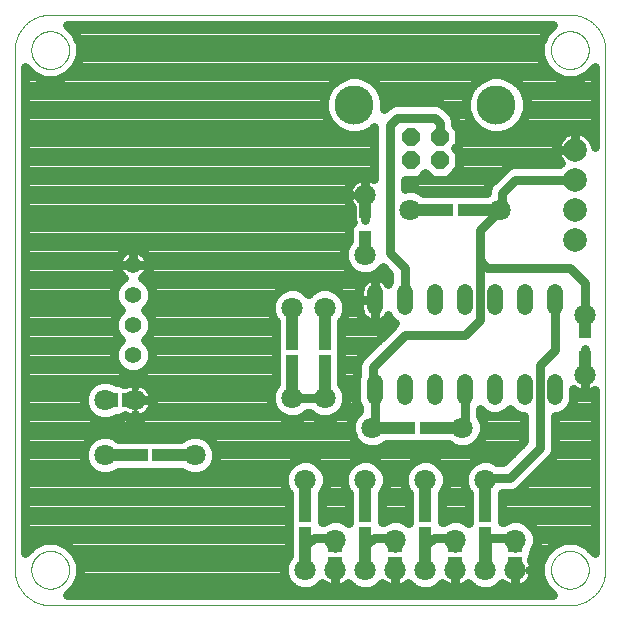
<source format=gtl>
G75*
%MOIN*%
%OFA0B0*%
%FSLAX25Y25*%
%IPPOS*%
%LPD*%
%AMOC8*
5,1,8,0,0,1.08239X$1,22.5*
%
%ADD10C,0.00000*%
%ADD11R,0.03937X0.10236*%
%ADD12C,0.07087*%
%ADD13C,0.05200*%
%ADD14R,0.12598X0.03937*%
%ADD15OC8,0.05740*%
%ADD16C,0.13055*%
%ADD17R,0.03937X0.12598*%
%ADD18R,0.04724X0.03150*%
%ADD19C,0.07874*%
%ADD20C,0.05600*%
%ADD21R,0.03150X0.04724*%
%ADD22C,0.03150*%
D10*
X0005724Y0017535D02*
X0005724Y0190764D01*
X0011236Y0190764D02*
X0011238Y0190922D01*
X0011244Y0191080D01*
X0011254Y0191238D01*
X0011268Y0191396D01*
X0011286Y0191553D01*
X0011307Y0191710D01*
X0011333Y0191866D01*
X0011363Y0192022D01*
X0011396Y0192177D01*
X0011434Y0192330D01*
X0011475Y0192483D01*
X0011520Y0192635D01*
X0011569Y0192786D01*
X0011622Y0192935D01*
X0011678Y0193083D01*
X0011738Y0193229D01*
X0011802Y0193374D01*
X0011870Y0193517D01*
X0011941Y0193659D01*
X0012015Y0193799D01*
X0012093Y0193936D01*
X0012175Y0194072D01*
X0012259Y0194206D01*
X0012348Y0194337D01*
X0012439Y0194466D01*
X0012534Y0194593D01*
X0012631Y0194718D01*
X0012732Y0194840D01*
X0012836Y0194959D01*
X0012943Y0195076D01*
X0013053Y0195190D01*
X0013166Y0195301D01*
X0013281Y0195410D01*
X0013399Y0195515D01*
X0013520Y0195617D01*
X0013643Y0195717D01*
X0013769Y0195813D01*
X0013897Y0195906D01*
X0014027Y0195996D01*
X0014160Y0196082D01*
X0014295Y0196166D01*
X0014431Y0196245D01*
X0014570Y0196322D01*
X0014711Y0196394D01*
X0014853Y0196464D01*
X0014997Y0196529D01*
X0015143Y0196591D01*
X0015290Y0196649D01*
X0015439Y0196704D01*
X0015589Y0196755D01*
X0015740Y0196802D01*
X0015892Y0196845D01*
X0016045Y0196884D01*
X0016200Y0196920D01*
X0016355Y0196951D01*
X0016511Y0196979D01*
X0016667Y0197003D01*
X0016824Y0197023D01*
X0016982Y0197039D01*
X0017139Y0197051D01*
X0017298Y0197059D01*
X0017456Y0197063D01*
X0017614Y0197063D01*
X0017772Y0197059D01*
X0017931Y0197051D01*
X0018088Y0197039D01*
X0018246Y0197023D01*
X0018403Y0197003D01*
X0018559Y0196979D01*
X0018715Y0196951D01*
X0018870Y0196920D01*
X0019025Y0196884D01*
X0019178Y0196845D01*
X0019330Y0196802D01*
X0019481Y0196755D01*
X0019631Y0196704D01*
X0019780Y0196649D01*
X0019927Y0196591D01*
X0020073Y0196529D01*
X0020217Y0196464D01*
X0020359Y0196394D01*
X0020500Y0196322D01*
X0020639Y0196245D01*
X0020775Y0196166D01*
X0020910Y0196082D01*
X0021043Y0195996D01*
X0021173Y0195906D01*
X0021301Y0195813D01*
X0021427Y0195717D01*
X0021550Y0195617D01*
X0021671Y0195515D01*
X0021789Y0195410D01*
X0021904Y0195301D01*
X0022017Y0195190D01*
X0022127Y0195076D01*
X0022234Y0194959D01*
X0022338Y0194840D01*
X0022439Y0194718D01*
X0022536Y0194593D01*
X0022631Y0194466D01*
X0022722Y0194337D01*
X0022811Y0194206D01*
X0022895Y0194072D01*
X0022977Y0193936D01*
X0023055Y0193799D01*
X0023129Y0193659D01*
X0023200Y0193517D01*
X0023268Y0193374D01*
X0023332Y0193229D01*
X0023392Y0193083D01*
X0023448Y0192935D01*
X0023501Y0192786D01*
X0023550Y0192635D01*
X0023595Y0192483D01*
X0023636Y0192330D01*
X0023674Y0192177D01*
X0023707Y0192022D01*
X0023737Y0191866D01*
X0023763Y0191710D01*
X0023784Y0191553D01*
X0023802Y0191396D01*
X0023816Y0191238D01*
X0023826Y0191080D01*
X0023832Y0190922D01*
X0023834Y0190764D01*
X0023832Y0190606D01*
X0023826Y0190448D01*
X0023816Y0190290D01*
X0023802Y0190132D01*
X0023784Y0189975D01*
X0023763Y0189818D01*
X0023737Y0189662D01*
X0023707Y0189506D01*
X0023674Y0189351D01*
X0023636Y0189198D01*
X0023595Y0189045D01*
X0023550Y0188893D01*
X0023501Y0188742D01*
X0023448Y0188593D01*
X0023392Y0188445D01*
X0023332Y0188299D01*
X0023268Y0188154D01*
X0023200Y0188011D01*
X0023129Y0187869D01*
X0023055Y0187729D01*
X0022977Y0187592D01*
X0022895Y0187456D01*
X0022811Y0187322D01*
X0022722Y0187191D01*
X0022631Y0187062D01*
X0022536Y0186935D01*
X0022439Y0186810D01*
X0022338Y0186688D01*
X0022234Y0186569D01*
X0022127Y0186452D01*
X0022017Y0186338D01*
X0021904Y0186227D01*
X0021789Y0186118D01*
X0021671Y0186013D01*
X0021550Y0185911D01*
X0021427Y0185811D01*
X0021301Y0185715D01*
X0021173Y0185622D01*
X0021043Y0185532D01*
X0020910Y0185446D01*
X0020775Y0185362D01*
X0020639Y0185283D01*
X0020500Y0185206D01*
X0020359Y0185134D01*
X0020217Y0185064D01*
X0020073Y0184999D01*
X0019927Y0184937D01*
X0019780Y0184879D01*
X0019631Y0184824D01*
X0019481Y0184773D01*
X0019330Y0184726D01*
X0019178Y0184683D01*
X0019025Y0184644D01*
X0018870Y0184608D01*
X0018715Y0184577D01*
X0018559Y0184549D01*
X0018403Y0184525D01*
X0018246Y0184505D01*
X0018088Y0184489D01*
X0017931Y0184477D01*
X0017772Y0184469D01*
X0017614Y0184465D01*
X0017456Y0184465D01*
X0017298Y0184469D01*
X0017139Y0184477D01*
X0016982Y0184489D01*
X0016824Y0184505D01*
X0016667Y0184525D01*
X0016511Y0184549D01*
X0016355Y0184577D01*
X0016200Y0184608D01*
X0016045Y0184644D01*
X0015892Y0184683D01*
X0015740Y0184726D01*
X0015589Y0184773D01*
X0015439Y0184824D01*
X0015290Y0184879D01*
X0015143Y0184937D01*
X0014997Y0184999D01*
X0014853Y0185064D01*
X0014711Y0185134D01*
X0014570Y0185206D01*
X0014431Y0185283D01*
X0014295Y0185362D01*
X0014160Y0185446D01*
X0014027Y0185532D01*
X0013897Y0185622D01*
X0013769Y0185715D01*
X0013643Y0185811D01*
X0013520Y0185911D01*
X0013399Y0186013D01*
X0013281Y0186118D01*
X0013166Y0186227D01*
X0013053Y0186338D01*
X0012943Y0186452D01*
X0012836Y0186569D01*
X0012732Y0186688D01*
X0012631Y0186810D01*
X0012534Y0186935D01*
X0012439Y0187062D01*
X0012348Y0187191D01*
X0012259Y0187322D01*
X0012175Y0187456D01*
X0012093Y0187592D01*
X0012015Y0187729D01*
X0011941Y0187869D01*
X0011870Y0188011D01*
X0011802Y0188154D01*
X0011738Y0188299D01*
X0011678Y0188445D01*
X0011622Y0188593D01*
X0011569Y0188742D01*
X0011520Y0188893D01*
X0011475Y0189045D01*
X0011434Y0189198D01*
X0011396Y0189351D01*
X0011363Y0189506D01*
X0011333Y0189662D01*
X0011307Y0189818D01*
X0011286Y0189975D01*
X0011268Y0190132D01*
X0011254Y0190290D01*
X0011244Y0190448D01*
X0011238Y0190606D01*
X0011236Y0190764D01*
X0005724Y0190764D02*
X0005727Y0191049D01*
X0005738Y0191335D01*
X0005755Y0191620D01*
X0005779Y0191904D01*
X0005810Y0192188D01*
X0005848Y0192471D01*
X0005893Y0192752D01*
X0005944Y0193033D01*
X0006002Y0193313D01*
X0006067Y0193591D01*
X0006139Y0193867D01*
X0006217Y0194141D01*
X0006302Y0194414D01*
X0006394Y0194684D01*
X0006492Y0194952D01*
X0006596Y0195218D01*
X0006707Y0195481D01*
X0006824Y0195741D01*
X0006947Y0195999D01*
X0007077Y0196253D01*
X0007213Y0196504D01*
X0007354Y0196752D01*
X0007502Y0196996D01*
X0007655Y0197237D01*
X0007815Y0197473D01*
X0007980Y0197706D01*
X0008150Y0197935D01*
X0008326Y0198160D01*
X0008508Y0198380D01*
X0008694Y0198596D01*
X0008886Y0198807D01*
X0009083Y0199014D01*
X0009285Y0199216D01*
X0009492Y0199413D01*
X0009703Y0199605D01*
X0009919Y0199791D01*
X0010139Y0199973D01*
X0010364Y0200149D01*
X0010593Y0200319D01*
X0010826Y0200484D01*
X0011062Y0200644D01*
X0011303Y0200797D01*
X0011547Y0200945D01*
X0011795Y0201086D01*
X0012046Y0201222D01*
X0012300Y0201352D01*
X0012558Y0201475D01*
X0012818Y0201592D01*
X0013081Y0201703D01*
X0013347Y0201807D01*
X0013615Y0201905D01*
X0013885Y0201997D01*
X0014158Y0202082D01*
X0014432Y0202160D01*
X0014708Y0202232D01*
X0014986Y0202297D01*
X0015266Y0202355D01*
X0015547Y0202406D01*
X0015828Y0202451D01*
X0016111Y0202489D01*
X0016395Y0202520D01*
X0016679Y0202544D01*
X0016964Y0202561D01*
X0017250Y0202572D01*
X0017535Y0202575D01*
X0190764Y0202575D01*
X0184465Y0190764D02*
X0184467Y0190922D01*
X0184473Y0191080D01*
X0184483Y0191238D01*
X0184497Y0191396D01*
X0184515Y0191553D01*
X0184536Y0191710D01*
X0184562Y0191866D01*
X0184592Y0192022D01*
X0184625Y0192177D01*
X0184663Y0192330D01*
X0184704Y0192483D01*
X0184749Y0192635D01*
X0184798Y0192786D01*
X0184851Y0192935D01*
X0184907Y0193083D01*
X0184967Y0193229D01*
X0185031Y0193374D01*
X0185099Y0193517D01*
X0185170Y0193659D01*
X0185244Y0193799D01*
X0185322Y0193936D01*
X0185404Y0194072D01*
X0185488Y0194206D01*
X0185577Y0194337D01*
X0185668Y0194466D01*
X0185763Y0194593D01*
X0185860Y0194718D01*
X0185961Y0194840D01*
X0186065Y0194959D01*
X0186172Y0195076D01*
X0186282Y0195190D01*
X0186395Y0195301D01*
X0186510Y0195410D01*
X0186628Y0195515D01*
X0186749Y0195617D01*
X0186872Y0195717D01*
X0186998Y0195813D01*
X0187126Y0195906D01*
X0187256Y0195996D01*
X0187389Y0196082D01*
X0187524Y0196166D01*
X0187660Y0196245D01*
X0187799Y0196322D01*
X0187940Y0196394D01*
X0188082Y0196464D01*
X0188226Y0196529D01*
X0188372Y0196591D01*
X0188519Y0196649D01*
X0188668Y0196704D01*
X0188818Y0196755D01*
X0188969Y0196802D01*
X0189121Y0196845D01*
X0189274Y0196884D01*
X0189429Y0196920D01*
X0189584Y0196951D01*
X0189740Y0196979D01*
X0189896Y0197003D01*
X0190053Y0197023D01*
X0190211Y0197039D01*
X0190368Y0197051D01*
X0190527Y0197059D01*
X0190685Y0197063D01*
X0190843Y0197063D01*
X0191001Y0197059D01*
X0191160Y0197051D01*
X0191317Y0197039D01*
X0191475Y0197023D01*
X0191632Y0197003D01*
X0191788Y0196979D01*
X0191944Y0196951D01*
X0192099Y0196920D01*
X0192254Y0196884D01*
X0192407Y0196845D01*
X0192559Y0196802D01*
X0192710Y0196755D01*
X0192860Y0196704D01*
X0193009Y0196649D01*
X0193156Y0196591D01*
X0193302Y0196529D01*
X0193446Y0196464D01*
X0193588Y0196394D01*
X0193729Y0196322D01*
X0193868Y0196245D01*
X0194004Y0196166D01*
X0194139Y0196082D01*
X0194272Y0195996D01*
X0194402Y0195906D01*
X0194530Y0195813D01*
X0194656Y0195717D01*
X0194779Y0195617D01*
X0194900Y0195515D01*
X0195018Y0195410D01*
X0195133Y0195301D01*
X0195246Y0195190D01*
X0195356Y0195076D01*
X0195463Y0194959D01*
X0195567Y0194840D01*
X0195668Y0194718D01*
X0195765Y0194593D01*
X0195860Y0194466D01*
X0195951Y0194337D01*
X0196040Y0194206D01*
X0196124Y0194072D01*
X0196206Y0193936D01*
X0196284Y0193799D01*
X0196358Y0193659D01*
X0196429Y0193517D01*
X0196497Y0193374D01*
X0196561Y0193229D01*
X0196621Y0193083D01*
X0196677Y0192935D01*
X0196730Y0192786D01*
X0196779Y0192635D01*
X0196824Y0192483D01*
X0196865Y0192330D01*
X0196903Y0192177D01*
X0196936Y0192022D01*
X0196966Y0191866D01*
X0196992Y0191710D01*
X0197013Y0191553D01*
X0197031Y0191396D01*
X0197045Y0191238D01*
X0197055Y0191080D01*
X0197061Y0190922D01*
X0197063Y0190764D01*
X0197061Y0190606D01*
X0197055Y0190448D01*
X0197045Y0190290D01*
X0197031Y0190132D01*
X0197013Y0189975D01*
X0196992Y0189818D01*
X0196966Y0189662D01*
X0196936Y0189506D01*
X0196903Y0189351D01*
X0196865Y0189198D01*
X0196824Y0189045D01*
X0196779Y0188893D01*
X0196730Y0188742D01*
X0196677Y0188593D01*
X0196621Y0188445D01*
X0196561Y0188299D01*
X0196497Y0188154D01*
X0196429Y0188011D01*
X0196358Y0187869D01*
X0196284Y0187729D01*
X0196206Y0187592D01*
X0196124Y0187456D01*
X0196040Y0187322D01*
X0195951Y0187191D01*
X0195860Y0187062D01*
X0195765Y0186935D01*
X0195668Y0186810D01*
X0195567Y0186688D01*
X0195463Y0186569D01*
X0195356Y0186452D01*
X0195246Y0186338D01*
X0195133Y0186227D01*
X0195018Y0186118D01*
X0194900Y0186013D01*
X0194779Y0185911D01*
X0194656Y0185811D01*
X0194530Y0185715D01*
X0194402Y0185622D01*
X0194272Y0185532D01*
X0194139Y0185446D01*
X0194004Y0185362D01*
X0193868Y0185283D01*
X0193729Y0185206D01*
X0193588Y0185134D01*
X0193446Y0185064D01*
X0193302Y0184999D01*
X0193156Y0184937D01*
X0193009Y0184879D01*
X0192860Y0184824D01*
X0192710Y0184773D01*
X0192559Y0184726D01*
X0192407Y0184683D01*
X0192254Y0184644D01*
X0192099Y0184608D01*
X0191944Y0184577D01*
X0191788Y0184549D01*
X0191632Y0184525D01*
X0191475Y0184505D01*
X0191317Y0184489D01*
X0191160Y0184477D01*
X0191001Y0184469D01*
X0190843Y0184465D01*
X0190685Y0184465D01*
X0190527Y0184469D01*
X0190368Y0184477D01*
X0190211Y0184489D01*
X0190053Y0184505D01*
X0189896Y0184525D01*
X0189740Y0184549D01*
X0189584Y0184577D01*
X0189429Y0184608D01*
X0189274Y0184644D01*
X0189121Y0184683D01*
X0188969Y0184726D01*
X0188818Y0184773D01*
X0188668Y0184824D01*
X0188519Y0184879D01*
X0188372Y0184937D01*
X0188226Y0184999D01*
X0188082Y0185064D01*
X0187940Y0185134D01*
X0187799Y0185206D01*
X0187660Y0185283D01*
X0187524Y0185362D01*
X0187389Y0185446D01*
X0187256Y0185532D01*
X0187126Y0185622D01*
X0186998Y0185715D01*
X0186872Y0185811D01*
X0186749Y0185911D01*
X0186628Y0186013D01*
X0186510Y0186118D01*
X0186395Y0186227D01*
X0186282Y0186338D01*
X0186172Y0186452D01*
X0186065Y0186569D01*
X0185961Y0186688D01*
X0185860Y0186810D01*
X0185763Y0186935D01*
X0185668Y0187062D01*
X0185577Y0187191D01*
X0185488Y0187322D01*
X0185404Y0187456D01*
X0185322Y0187592D01*
X0185244Y0187729D01*
X0185170Y0187869D01*
X0185099Y0188011D01*
X0185031Y0188154D01*
X0184967Y0188299D01*
X0184907Y0188445D01*
X0184851Y0188593D01*
X0184798Y0188742D01*
X0184749Y0188893D01*
X0184704Y0189045D01*
X0184663Y0189198D01*
X0184625Y0189351D01*
X0184592Y0189506D01*
X0184562Y0189662D01*
X0184536Y0189818D01*
X0184515Y0189975D01*
X0184497Y0190132D01*
X0184483Y0190290D01*
X0184473Y0190448D01*
X0184467Y0190606D01*
X0184465Y0190764D01*
X0190764Y0202575D02*
X0191049Y0202572D01*
X0191335Y0202561D01*
X0191620Y0202544D01*
X0191904Y0202520D01*
X0192188Y0202489D01*
X0192471Y0202451D01*
X0192752Y0202406D01*
X0193033Y0202355D01*
X0193313Y0202297D01*
X0193591Y0202232D01*
X0193867Y0202160D01*
X0194141Y0202082D01*
X0194414Y0201997D01*
X0194684Y0201905D01*
X0194952Y0201807D01*
X0195218Y0201703D01*
X0195481Y0201592D01*
X0195741Y0201475D01*
X0195999Y0201352D01*
X0196253Y0201222D01*
X0196504Y0201086D01*
X0196752Y0200945D01*
X0196996Y0200797D01*
X0197237Y0200644D01*
X0197473Y0200484D01*
X0197706Y0200319D01*
X0197935Y0200149D01*
X0198160Y0199973D01*
X0198380Y0199791D01*
X0198596Y0199605D01*
X0198807Y0199413D01*
X0199014Y0199216D01*
X0199216Y0199014D01*
X0199413Y0198807D01*
X0199605Y0198596D01*
X0199791Y0198380D01*
X0199973Y0198160D01*
X0200149Y0197935D01*
X0200319Y0197706D01*
X0200484Y0197473D01*
X0200644Y0197237D01*
X0200797Y0196996D01*
X0200945Y0196752D01*
X0201086Y0196504D01*
X0201222Y0196253D01*
X0201352Y0195999D01*
X0201475Y0195741D01*
X0201592Y0195481D01*
X0201703Y0195218D01*
X0201807Y0194952D01*
X0201905Y0194684D01*
X0201997Y0194414D01*
X0202082Y0194141D01*
X0202160Y0193867D01*
X0202232Y0193591D01*
X0202297Y0193313D01*
X0202355Y0193033D01*
X0202406Y0192752D01*
X0202451Y0192471D01*
X0202489Y0192188D01*
X0202520Y0191904D01*
X0202544Y0191620D01*
X0202561Y0191335D01*
X0202572Y0191049D01*
X0202575Y0190764D01*
X0202575Y0017535D01*
X0184465Y0017535D02*
X0184467Y0017693D01*
X0184473Y0017851D01*
X0184483Y0018009D01*
X0184497Y0018167D01*
X0184515Y0018324D01*
X0184536Y0018481D01*
X0184562Y0018637D01*
X0184592Y0018793D01*
X0184625Y0018948D01*
X0184663Y0019101D01*
X0184704Y0019254D01*
X0184749Y0019406D01*
X0184798Y0019557D01*
X0184851Y0019706D01*
X0184907Y0019854D01*
X0184967Y0020000D01*
X0185031Y0020145D01*
X0185099Y0020288D01*
X0185170Y0020430D01*
X0185244Y0020570D01*
X0185322Y0020707D01*
X0185404Y0020843D01*
X0185488Y0020977D01*
X0185577Y0021108D01*
X0185668Y0021237D01*
X0185763Y0021364D01*
X0185860Y0021489D01*
X0185961Y0021611D01*
X0186065Y0021730D01*
X0186172Y0021847D01*
X0186282Y0021961D01*
X0186395Y0022072D01*
X0186510Y0022181D01*
X0186628Y0022286D01*
X0186749Y0022388D01*
X0186872Y0022488D01*
X0186998Y0022584D01*
X0187126Y0022677D01*
X0187256Y0022767D01*
X0187389Y0022853D01*
X0187524Y0022937D01*
X0187660Y0023016D01*
X0187799Y0023093D01*
X0187940Y0023165D01*
X0188082Y0023235D01*
X0188226Y0023300D01*
X0188372Y0023362D01*
X0188519Y0023420D01*
X0188668Y0023475D01*
X0188818Y0023526D01*
X0188969Y0023573D01*
X0189121Y0023616D01*
X0189274Y0023655D01*
X0189429Y0023691D01*
X0189584Y0023722D01*
X0189740Y0023750D01*
X0189896Y0023774D01*
X0190053Y0023794D01*
X0190211Y0023810D01*
X0190368Y0023822D01*
X0190527Y0023830D01*
X0190685Y0023834D01*
X0190843Y0023834D01*
X0191001Y0023830D01*
X0191160Y0023822D01*
X0191317Y0023810D01*
X0191475Y0023794D01*
X0191632Y0023774D01*
X0191788Y0023750D01*
X0191944Y0023722D01*
X0192099Y0023691D01*
X0192254Y0023655D01*
X0192407Y0023616D01*
X0192559Y0023573D01*
X0192710Y0023526D01*
X0192860Y0023475D01*
X0193009Y0023420D01*
X0193156Y0023362D01*
X0193302Y0023300D01*
X0193446Y0023235D01*
X0193588Y0023165D01*
X0193729Y0023093D01*
X0193868Y0023016D01*
X0194004Y0022937D01*
X0194139Y0022853D01*
X0194272Y0022767D01*
X0194402Y0022677D01*
X0194530Y0022584D01*
X0194656Y0022488D01*
X0194779Y0022388D01*
X0194900Y0022286D01*
X0195018Y0022181D01*
X0195133Y0022072D01*
X0195246Y0021961D01*
X0195356Y0021847D01*
X0195463Y0021730D01*
X0195567Y0021611D01*
X0195668Y0021489D01*
X0195765Y0021364D01*
X0195860Y0021237D01*
X0195951Y0021108D01*
X0196040Y0020977D01*
X0196124Y0020843D01*
X0196206Y0020707D01*
X0196284Y0020570D01*
X0196358Y0020430D01*
X0196429Y0020288D01*
X0196497Y0020145D01*
X0196561Y0020000D01*
X0196621Y0019854D01*
X0196677Y0019706D01*
X0196730Y0019557D01*
X0196779Y0019406D01*
X0196824Y0019254D01*
X0196865Y0019101D01*
X0196903Y0018948D01*
X0196936Y0018793D01*
X0196966Y0018637D01*
X0196992Y0018481D01*
X0197013Y0018324D01*
X0197031Y0018167D01*
X0197045Y0018009D01*
X0197055Y0017851D01*
X0197061Y0017693D01*
X0197063Y0017535D01*
X0197061Y0017377D01*
X0197055Y0017219D01*
X0197045Y0017061D01*
X0197031Y0016903D01*
X0197013Y0016746D01*
X0196992Y0016589D01*
X0196966Y0016433D01*
X0196936Y0016277D01*
X0196903Y0016122D01*
X0196865Y0015969D01*
X0196824Y0015816D01*
X0196779Y0015664D01*
X0196730Y0015513D01*
X0196677Y0015364D01*
X0196621Y0015216D01*
X0196561Y0015070D01*
X0196497Y0014925D01*
X0196429Y0014782D01*
X0196358Y0014640D01*
X0196284Y0014500D01*
X0196206Y0014363D01*
X0196124Y0014227D01*
X0196040Y0014093D01*
X0195951Y0013962D01*
X0195860Y0013833D01*
X0195765Y0013706D01*
X0195668Y0013581D01*
X0195567Y0013459D01*
X0195463Y0013340D01*
X0195356Y0013223D01*
X0195246Y0013109D01*
X0195133Y0012998D01*
X0195018Y0012889D01*
X0194900Y0012784D01*
X0194779Y0012682D01*
X0194656Y0012582D01*
X0194530Y0012486D01*
X0194402Y0012393D01*
X0194272Y0012303D01*
X0194139Y0012217D01*
X0194004Y0012133D01*
X0193868Y0012054D01*
X0193729Y0011977D01*
X0193588Y0011905D01*
X0193446Y0011835D01*
X0193302Y0011770D01*
X0193156Y0011708D01*
X0193009Y0011650D01*
X0192860Y0011595D01*
X0192710Y0011544D01*
X0192559Y0011497D01*
X0192407Y0011454D01*
X0192254Y0011415D01*
X0192099Y0011379D01*
X0191944Y0011348D01*
X0191788Y0011320D01*
X0191632Y0011296D01*
X0191475Y0011276D01*
X0191317Y0011260D01*
X0191160Y0011248D01*
X0191001Y0011240D01*
X0190843Y0011236D01*
X0190685Y0011236D01*
X0190527Y0011240D01*
X0190368Y0011248D01*
X0190211Y0011260D01*
X0190053Y0011276D01*
X0189896Y0011296D01*
X0189740Y0011320D01*
X0189584Y0011348D01*
X0189429Y0011379D01*
X0189274Y0011415D01*
X0189121Y0011454D01*
X0188969Y0011497D01*
X0188818Y0011544D01*
X0188668Y0011595D01*
X0188519Y0011650D01*
X0188372Y0011708D01*
X0188226Y0011770D01*
X0188082Y0011835D01*
X0187940Y0011905D01*
X0187799Y0011977D01*
X0187660Y0012054D01*
X0187524Y0012133D01*
X0187389Y0012217D01*
X0187256Y0012303D01*
X0187126Y0012393D01*
X0186998Y0012486D01*
X0186872Y0012582D01*
X0186749Y0012682D01*
X0186628Y0012784D01*
X0186510Y0012889D01*
X0186395Y0012998D01*
X0186282Y0013109D01*
X0186172Y0013223D01*
X0186065Y0013340D01*
X0185961Y0013459D01*
X0185860Y0013581D01*
X0185763Y0013706D01*
X0185668Y0013833D01*
X0185577Y0013962D01*
X0185488Y0014093D01*
X0185404Y0014227D01*
X0185322Y0014363D01*
X0185244Y0014500D01*
X0185170Y0014640D01*
X0185099Y0014782D01*
X0185031Y0014925D01*
X0184967Y0015070D01*
X0184907Y0015216D01*
X0184851Y0015364D01*
X0184798Y0015513D01*
X0184749Y0015664D01*
X0184704Y0015816D01*
X0184663Y0015969D01*
X0184625Y0016122D01*
X0184592Y0016277D01*
X0184562Y0016433D01*
X0184536Y0016589D01*
X0184515Y0016746D01*
X0184497Y0016903D01*
X0184483Y0017061D01*
X0184473Y0017219D01*
X0184467Y0017377D01*
X0184465Y0017535D01*
X0190764Y0005724D02*
X0191049Y0005727D01*
X0191335Y0005738D01*
X0191620Y0005755D01*
X0191904Y0005779D01*
X0192188Y0005810D01*
X0192471Y0005848D01*
X0192752Y0005893D01*
X0193033Y0005944D01*
X0193313Y0006002D01*
X0193591Y0006067D01*
X0193867Y0006139D01*
X0194141Y0006217D01*
X0194414Y0006302D01*
X0194684Y0006394D01*
X0194952Y0006492D01*
X0195218Y0006596D01*
X0195481Y0006707D01*
X0195741Y0006824D01*
X0195999Y0006947D01*
X0196253Y0007077D01*
X0196504Y0007213D01*
X0196752Y0007354D01*
X0196996Y0007502D01*
X0197237Y0007655D01*
X0197473Y0007815D01*
X0197706Y0007980D01*
X0197935Y0008150D01*
X0198160Y0008326D01*
X0198380Y0008508D01*
X0198596Y0008694D01*
X0198807Y0008886D01*
X0199014Y0009083D01*
X0199216Y0009285D01*
X0199413Y0009492D01*
X0199605Y0009703D01*
X0199791Y0009919D01*
X0199973Y0010139D01*
X0200149Y0010364D01*
X0200319Y0010593D01*
X0200484Y0010826D01*
X0200644Y0011062D01*
X0200797Y0011303D01*
X0200945Y0011547D01*
X0201086Y0011795D01*
X0201222Y0012046D01*
X0201352Y0012300D01*
X0201475Y0012558D01*
X0201592Y0012818D01*
X0201703Y0013081D01*
X0201807Y0013347D01*
X0201905Y0013615D01*
X0201997Y0013885D01*
X0202082Y0014158D01*
X0202160Y0014432D01*
X0202232Y0014708D01*
X0202297Y0014986D01*
X0202355Y0015266D01*
X0202406Y0015547D01*
X0202451Y0015828D01*
X0202489Y0016111D01*
X0202520Y0016395D01*
X0202544Y0016679D01*
X0202561Y0016964D01*
X0202572Y0017250D01*
X0202575Y0017535D01*
X0190764Y0005724D02*
X0017535Y0005724D01*
X0011236Y0017535D02*
X0011238Y0017693D01*
X0011244Y0017851D01*
X0011254Y0018009D01*
X0011268Y0018167D01*
X0011286Y0018324D01*
X0011307Y0018481D01*
X0011333Y0018637D01*
X0011363Y0018793D01*
X0011396Y0018948D01*
X0011434Y0019101D01*
X0011475Y0019254D01*
X0011520Y0019406D01*
X0011569Y0019557D01*
X0011622Y0019706D01*
X0011678Y0019854D01*
X0011738Y0020000D01*
X0011802Y0020145D01*
X0011870Y0020288D01*
X0011941Y0020430D01*
X0012015Y0020570D01*
X0012093Y0020707D01*
X0012175Y0020843D01*
X0012259Y0020977D01*
X0012348Y0021108D01*
X0012439Y0021237D01*
X0012534Y0021364D01*
X0012631Y0021489D01*
X0012732Y0021611D01*
X0012836Y0021730D01*
X0012943Y0021847D01*
X0013053Y0021961D01*
X0013166Y0022072D01*
X0013281Y0022181D01*
X0013399Y0022286D01*
X0013520Y0022388D01*
X0013643Y0022488D01*
X0013769Y0022584D01*
X0013897Y0022677D01*
X0014027Y0022767D01*
X0014160Y0022853D01*
X0014295Y0022937D01*
X0014431Y0023016D01*
X0014570Y0023093D01*
X0014711Y0023165D01*
X0014853Y0023235D01*
X0014997Y0023300D01*
X0015143Y0023362D01*
X0015290Y0023420D01*
X0015439Y0023475D01*
X0015589Y0023526D01*
X0015740Y0023573D01*
X0015892Y0023616D01*
X0016045Y0023655D01*
X0016200Y0023691D01*
X0016355Y0023722D01*
X0016511Y0023750D01*
X0016667Y0023774D01*
X0016824Y0023794D01*
X0016982Y0023810D01*
X0017139Y0023822D01*
X0017298Y0023830D01*
X0017456Y0023834D01*
X0017614Y0023834D01*
X0017772Y0023830D01*
X0017931Y0023822D01*
X0018088Y0023810D01*
X0018246Y0023794D01*
X0018403Y0023774D01*
X0018559Y0023750D01*
X0018715Y0023722D01*
X0018870Y0023691D01*
X0019025Y0023655D01*
X0019178Y0023616D01*
X0019330Y0023573D01*
X0019481Y0023526D01*
X0019631Y0023475D01*
X0019780Y0023420D01*
X0019927Y0023362D01*
X0020073Y0023300D01*
X0020217Y0023235D01*
X0020359Y0023165D01*
X0020500Y0023093D01*
X0020639Y0023016D01*
X0020775Y0022937D01*
X0020910Y0022853D01*
X0021043Y0022767D01*
X0021173Y0022677D01*
X0021301Y0022584D01*
X0021427Y0022488D01*
X0021550Y0022388D01*
X0021671Y0022286D01*
X0021789Y0022181D01*
X0021904Y0022072D01*
X0022017Y0021961D01*
X0022127Y0021847D01*
X0022234Y0021730D01*
X0022338Y0021611D01*
X0022439Y0021489D01*
X0022536Y0021364D01*
X0022631Y0021237D01*
X0022722Y0021108D01*
X0022811Y0020977D01*
X0022895Y0020843D01*
X0022977Y0020707D01*
X0023055Y0020570D01*
X0023129Y0020430D01*
X0023200Y0020288D01*
X0023268Y0020145D01*
X0023332Y0020000D01*
X0023392Y0019854D01*
X0023448Y0019706D01*
X0023501Y0019557D01*
X0023550Y0019406D01*
X0023595Y0019254D01*
X0023636Y0019101D01*
X0023674Y0018948D01*
X0023707Y0018793D01*
X0023737Y0018637D01*
X0023763Y0018481D01*
X0023784Y0018324D01*
X0023802Y0018167D01*
X0023816Y0018009D01*
X0023826Y0017851D01*
X0023832Y0017693D01*
X0023834Y0017535D01*
X0023832Y0017377D01*
X0023826Y0017219D01*
X0023816Y0017061D01*
X0023802Y0016903D01*
X0023784Y0016746D01*
X0023763Y0016589D01*
X0023737Y0016433D01*
X0023707Y0016277D01*
X0023674Y0016122D01*
X0023636Y0015969D01*
X0023595Y0015816D01*
X0023550Y0015664D01*
X0023501Y0015513D01*
X0023448Y0015364D01*
X0023392Y0015216D01*
X0023332Y0015070D01*
X0023268Y0014925D01*
X0023200Y0014782D01*
X0023129Y0014640D01*
X0023055Y0014500D01*
X0022977Y0014363D01*
X0022895Y0014227D01*
X0022811Y0014093D01*
X0022722Y0013962D01*
X0022631Y0013833D01*
X0022536Y0013706D01*
X0022439Y0013581D01*
X0022338Y0013459D01*
X0022234Y0013340D01*
X0022127Y0013223D01*
X0022017Y0013109D01*
X0021904Y0012998D01*
X0021789Y0012889D01*
X0021671Y0012784D01*
X0021550Y0012682D01*
X0021427Y0012582D01*
X0021301Y0012486D01*
X0021173Y0012393D01*
X0021043Y0012303D01*
X0020910Y0012217D01*
X0020775Y0012133D01*
X0020639Y0012054D01*
X0020500Y0011977D01*
X0020359Y0011905D01*
X0020217Y0011835D01*
X0020073Y0011770D01*
X0019927Y0011708D01*
X0019780Y0011650D01*
X0019631Y0011595D01*
X0019481Y0011544D01*
X0019330Y0011497D01*
X0019178Y0011454D01*
X0019025Y0011415D01*
X0018870Y0011379D01*
X0018715Y0011348D01*
X0018559Y0011320D01*
X0018403Y0011296D01*
X0018246Y0011276D01*
X0018088Y0011260D01*
X0017931Y0011248D01*
X0017772Y0011240D01*
X0017614Y0011236D01*
X0017456Y0011236D01*
X0017298Y0011240D01*
X0017139Y0011248D01*
X0016982Y0011260D01*
X0016824Y0011276D01*
X0016667Y0011296D01*
X0016511Y0011320D01*
X0016355Y0011348D01*
X0016200Y0011379D01*
X0016045Y0011415D01*
X0015892Y0011454D01*
X0015740Y0011497D01*
X0015589Y0011544D01*
X0015439Y0011595D01*
X0015290Y0011650D01*
X0015143Y0011708D01*
X0014997Y0011770D01*
X0014853Y0011835D01*
X0014711Y0011905D01*
X0014570Y0011977D01*
X0014431Y0012054D01*
X0014295Y0012133D01*
X0014160Y0012217D01*
X0014027Y0012303D01*
X0013897Y0012393D01*
X0013769Y0012486D01*
X0013643Y0012582D01*
X0013520Y0012682D01*
X0013399Y0012784D01*
X0013281Y0012889D01*
X0013166Y0012998D01*
X0013053Y0013109D01*
X0012943Y0013223D01*
X0012836Y0013340D01*
X0012732Y0013459D01*
X0012631Y0013581D01*
X0012534Y0013706D01*
X0012439Y0013833D01*
X0012348Y0013962D01*
X0012259Y0014093D01*
X0012175Y0014227D01*
X0012093Y0014363D01*
X0012015Y0014500D01*
X0011941Y0014640D01*
X0011870Y0014782D01*
X0011802Y0014925D01*
X0011738Y0015070D01*
X0011678Y0015216D01*
X0011622Y0015364D01*
X0011569Y0015513D01*
X0011520Y0015664D01*
X0011475Y0015816D01*
X0011434Y0015969D01*
X0011396Y0016122D01*
X0011363Y0016277D01*
X0011333Y0016433D01*
X0011307Y0016589D01*
X0011286Y0016746D01*
X0011268Y0016903D01*
X0011254Y0017061D01*
X0011244Y0017219D01*
X0011238Y0017377D01*
X0011236Y0017535D01*
X0005724Y0017535D02*
X0005727Y0017250D01*
X0005738Y0016964D01*
X0005755Y0016679D01*
X0005779Y0016395D01*
X0005810Y0016111D01*
X0005848Y0015828D01*
X0005893Y0015547D01*
X0005944Y0015266D01*
X0006002Y0014986D01*
X0006067Y0014708D01*
X0006139Y0014432D01*
X0006217Y0014158D01*
X0006302Y0013885D01*
X0006394Y0013615D01*
X0006492Y0013347D01*
X0006596Y0013081D01*
X0006707Y0012818D01*
X0006824Y0012558D01*
X0006947Y0012300D01*
X0007077Y0012046D01*
X0007213Y0011795D01*
X0007354Y0011547D01*
X0007502Y0011303D01*
X0007655Y0011062D01*
X0007815Y0010826D01*
X0007980Y0010593D01*
X0008150Y0010364D01*
X0008326Y0010139D01*
X0008508Y0009919D01*
X0008694Y0009703D01*
X0008886Y0009492D01*
X0009083Y0009285D01*
X0009285Y0009083D01*
X0009492Y0008886D01*
X0009703Y0008694D01*
X0009919Y0008508D01*
X0010139Y0008326D01*
X0010364Y0008150D01*
X0010593Y0007980D01*
X0010826Y0007815D01*
X0011062Y0007655D01*
X0011303Y0007502D01*
X0011547Y0007354D01*
X0011795Y0007213D01*
X0012046Y0007077D01*
X0012300Y0006947D01*
X0012558Y0006824D01*
X0012818Y0006707D01*
X0013081Y0006596D01*
X0013347Y0006492D01*
X0013615Y0006394D01*
X0013885Y0006302D01*
X0014158Y0006217D01*
X0014432Y0006139D01*
X0014708Y0006067D01*
X0014986Y0006002D01*
X0015266Y0005944D01*
X0015547Y0005893D01*
X0015828Y0005848D01*
X0016111Y0005810D01*
X0016395Y0005779D01*
X0016679Y0005755D01*
X0016964Y0005738D01*
X0017250Y0005727D01*
X0017535Y0005724D01*
D11*
X0122575Y0125488D03*
X0122575Y0139661D03*
X0195724Y0099661D03*
X0195724Y0085488D03*
D12*
X0195724Y0082575D03*
X0195724Y0102575D03*
X0167575Y0137575D03*
X0137575Y0137575D03*
X0122575Y0142575D03*
X0122575Y0122575D03*
X0109012Y0104937D03*
X0098224Y0104937D03*
X0098224Y0074937D03*
X0109012Y0074937D03*
X0124937Y0064937D03*
X0122575Y0047575D03*
X0142575Y0047575D03*
X0154937Y0064937D03*
X0162575Y0047575D03*
X0172575Y0027575D03*
X0172575Y0017575D03*
X0162575Y0017575D03*
X0152575Y0017575D03*
X0152575Y0027575D03*
X0142575Y0017575D03*
X0132575Y0017575D03*
X0132575Y0027575D03*
X0122575Y0017575D03*
X0112575Y0017575D03*
X0112575Y0027575D03*
X0102575Y0017575D03*
X0102575Y0047575D03*
X0065724Y0055724D03*
X0045724Y0074150D03*
X0035724Y0074150D03*
X0035724Y0055724D03*
D13*
X0125724Y0074975D02*
X0125724Y0080175D01*
X0135724Y0080175D02*
X0135724Y0074975D01*
X0145724Y0074975D02*
X0145724Y0080175D01*
X0155724Y0080175D02*
X0155724Y0074975D01*
X0165724Y0074975D02*
X0165724Y0080175D01*
X0175724Y0080175D02*
X0175724Y0074975D01*
X0185724Y0074975D02*
X0185724Y0080175D01*
X0185724Y0104975D02*
X0185724Y0110175D01*
X0175724Y0110175D02*
X0175724Y0104975D01*
X0165724Y0104975D02*
X0165724Y0110175D01*
X0155724Y0110175D02*
X0155724Y0104975D01*
X0145724Y0104975D02*
X0145724Y0110175D01*
X0135724Y0110175D02*
X0135724Y0104975D01*
X0125724Y0104975D02*
X0125724Y0110175D01*
D14*
X0145488Y0137575D03*
X0159661Y0137575D03*
X0147024Y0064937D03*
X0132850Y0064937D03*
X0057811Y0055724D03*
X0043638Y0055724D03*
D15*
X0137654Y0154031D03*
X0137654Y0161906D03*
X0147496Y0161906D03*
X0147496Y0154031D03*
D16*
X0166276Y0172575D03*
X0118874Y0172575D03*
D17*
X0109012Y0097024D03*
X0098224Y0097024D03*
X0098224Y0082850D03*
X0109012Y0082850D03*
X0102575Y0039661D03*
X0102575Y0025488D03*
X0122575Y0025488D03*
X0122575Y0039661D03*
X0142575Y0039661D03*
X0142575Y0025488D03*
X0162575Y0025488D03*
X0162575Y0039661D03*
D18*
X0172575Y0024661D03*
X0172575Y0020488D03*
X0152575Y0020488D03*
X0152575Y0024661D03*
X0132575Y0024661D03*
X0132575Y0020488D03*
X0112575Y0020488D03*
X0112575Y0024661D03*
D19*
X0192575Y0127575D03*
X0192575Y0137575D03*
X0192575Y0147575D03*
X0192575Y0157575D03*
D20*
X0045094Y0119150D03*
X0045094Y0109150D03*
X0045094Y0099150D03*
X0045094Y0089150D03*
D21*
X0042811Y0074150D03*
X0038638Y0074150D03*
D22*
X0042811Y0074150D02*
X0045724Y0074150D01*
X0045724Y0074150D01*
X0043756Y0074150D01*
X0043756Y0074150D01*
X0045724Y0074150D01*
X0045725Y0074150D02*
X0051843Y0074150D01*
X0051843Y0074631D01*
X0051692Y0075582D01*
X0051394Y0076498D01*
X0050957Y0077356D01*
X0050391Y0078135D01*
X0049710Y0078816D01*
X0048931Y0079382D01*
X0048073Y0079819D01*
X0047157Y0080117D01*
X0046206Y0080268D01*
X0045724Y0080268D01*
X0045243Y0080268D01*
X0044292Y0080117D01*
X0043376Y0079819D01*
X0042518Y0079382D01*
X0042422Y0079313D01*
X0042220Y0079516D01*
X0040917Y0080055D01*
X0039841Y0080055D01*
X0039739Y0080157D01*
X0037134Y0081236D01*
X0034315Y0081236D01*
X0031710Y0080157D01*
X0029717Y0078164D01*
X0028638Y0075559D01*
X0028638Y0072740D01*
X0029717Y0070135D01*
X0031710Y0068142D01*
X0034315Y0067063D01*
X0037134Y0067063D01*
X0039739Y0068142D01*
X0039841Y0068244D01*
X0040917Y0068244D01*
X0042220Y0068784D01*
X0042422Y0068986D01*
X0042518Y0068917D01*
X0043376Y0068480D01*
X0044292Y0068182D01*
X0045243Y0068031D01*
X0045724Y0068031D01*
X0045724Y0069585D01*
X0045724Y0069585D01*
X0045724Y0068031D01*
X0046206Y0068031D01*
X0047157Y0068182D01*
X0048073Y0068480D01*
X0048931Y0068917D01*
X0049710Y0069483D01*
X0050391Y0070164D01*
X0050957Y0070943D01*
X0051394Y0071801D01*
X0051692Y0072717D01*
X0051843Y0073668D01*
X0051843Y0074150D01*
X0045725Y0074150D01*
X0045725Y0074150D01*
X0045724Y0078714D02*
X0045724Y0078714D01*
X0045724Y0080268D01*
X0045724Y0078714D01*
X0046356Y0082806D02*
X0043833Y0082806D01*
X0041501Y0083772D01*
X0039717Y0085556D01*
X0038751Y0087888D01*
X0038751Y0090411D01*
X0039717Y0092743D01*
X0041124Y0094150D01*
X0039717Y0095556D01*
X0038751Y0097888D01*
X0038751Y0100411D01*
X0039717Y0102743D01*
X0041124Y0104150D01*
X0039717Y0105556D01*
X0038751Y0107888D01*
X0038751Y0110411D01*
X0039717Y0112743D01*
X0041501Y0114527D01*
X0042018Y0114741D01*
X0041593Y0115050D01*
X0040995Y0115648D01*
X0040498Y0116333D01*
X0040113Y0117086D01*
X0039852Y0117891D01*
X0039720Y0118727D01*
X0039720Y0119150D01*
X0045094Y0119150D01*
X0045094Y0119150D01*
X0045094Y0124524D01*
X0044671Y0124524D01*
X0043836Y0124392D01*
X0043031Y0124131D01*
X0042277Y0123747D01*
X0041593Y0123249D01*
X0040995Y0122651D01*
X0040498Y0121967D01*
X0040113Y0121213D01*
X0039852Y0120408D01*
X0039720Y0119573D01*
X0039720Y0119150D01*
X0045094Y0119150D01*
X0045095Y0119150D01*
X0050469Y0119150D01*
X0050469Y0119573D01*
X0050337Y0120408D01*
X0050076Y0121213D01*
X0049691Y0121967D01*
X0049194Y0122651D01*
X0048596Y0123249D01*
X0047911Y0123747D01*
X0047158Y0124131D01*
X0046353Y0124392D01*
X0045517Y0124524D01*
X0045095Y0124524D01*
X0045095Y0119150D01*
X0045095Y0119150D01*
X0050469Y0119150D01*
X0050469Y0118727D01*
X0050337Y0117891D01*
X0050076Y0117086D01*
X0049691Y0116333D01*
X0049194Y0115648D01*
X0048596Y0115050D01*
X0048171Y0114741D01*
X0048688Y0114527D01*
X0050472Y0112743D01*
X0051438Y0110411D01*
X0051438Y0107888D01*
X0050472Y0105556D01*
X0049065Y0104150D01*
X0050472Y0102743D01*
X0051438Y0100411D01*
X0051438Y0097888D01*
X0050472Y0095556D01*
X0049065Y0094150D01*
X0050472Y0092743D01*
X0051438Y0090411D01*
X0051438Y0087888D01*
X0050472Y0085556D01*
X0048688Y0083772D01*
X0046356Y0082806D01*
X0049343Y0084427D02*
X0092713Y0084427D01*
X0092713Y0087575D02*
X0051308Y0087575D01*
X0051308Y0090724D02*
X0092713Y0090724D01*
X0092713Y0090020D02*
X0092747Y0089937D01*
X0092713Y0089854D01*
X0092713Y0079447D01*
X0092217Y0078951D01*
X0091138Y0076347D01*
X0091138Y0073527D01*
X0092217Y0070923D01*
X0094210Y0068929D01*
X0096815Y0067850D01*
X0099634Y0067850D01*
X0102239Y0068929D01*
X0103128Y0069819D01*
X0104108Y0069819D01*
X0104998Y0068929D01*
X0107602Y0067850D01*
X0110421Y0067850D01*
X0113026Y0068929D01*
X0115020Y0070923D01*
X0116098Y0073527D01*
X0116098Y0076347D01*
X0115020Y0078951D01*
X0114524Y0079447D01*
X0114524Y0089854D01*
X0114489Y0089937D01*
X0114524Y0090020D01*
X0114524Y0100427D01*
X0115020Y0100923D01*
X0116098Y0103527D01*
X0116098Y0106347D01*
X0115020Y0108951D01*
X0113026Y0110945D01*
X0110421Y0112024D01*
X0107602Y0112024D01*
X0104998Y0110945D01*
X0103618Y0109565D01*
X0102239Y0110945D01*
X0099634Y0112024D01*
X0096815Y0112024D01*
X0094210Y0110945D01*
X0092217Y0108951D01*
X0091138Y0106347D01*
X0091138Y0103527D01*
X0092217Y0100923D01*
X0092713Y0100427D01*
X0092713Y0090020D01*
X0092713Y0093872D02*
X0049343Y0093872D01*
X0051078Y0097020D02*
X0092713Y0097020D01*
X0092713Y0100168D02*
X0051438Y0100168D01*
X0049899Y0103316D02*
X0091225Y0103316D01*
X0091186Y0106464D02*
X0050848Y0106464D01*
X0051438Y0109612D02*
X0092878Y0109612D01*
X0098224Y0104937D02*
X0098224Y0097024D01*
X0109012Y0097024D02*
X0109012Y0104937D01*
X0103665Y0109612D02*
X0103571Y0109612D01*
X0114358Y0109612D02*
X0120550Y0109612D01*
X0120550Y0110582D02*
X0120550Y0107575D01*
X0125724Y0107575D01*
X0125724Y0107575D01*
X0125724Y0115350D01*
X0125317Y0115350D01*
X0124513Y0115222D01*
X0123738Y0114970D01*
X0123012Y0114601D01*
X0122353Y0114122D01*
X0121777Y0113546D01*
X0121299Y0112887D01*
X0120929Y0112161D01*
X0120677Y0111387D01*
X0120550Y0110582D01*
X0121234Y0112760D02*
X0050454Y0112760D01*
X0049383Y0115909D02*
X0120150Y0115909D01*
X0121165Y0115488D02*
X0123984Y0115488D01*
X0126589Y0116567D01*
X0128366Y0118344D01*
X0130606Y0116104D01*
X0130606Y0113745D01*
X0130516Y0113655D01*
X0130177Y0112835D01*
X0130150Y0112887D01*
X0129672Y0113546D01*
X0129096Y0114122D01*
X0128437Y0114601D01*
X0127711Y0114970D01*
X0126936Y0115222D01*
X0126132Y0115350D01*
X0125724Y0115350D01*
X0125724Y0107575D01*
X0125724Y0107575D01*
X0120550Y0107575D01*
X0120550Y0104568D01*
X0120677Y0103763D01*
X0120929Y0102988D01*
X0121299Y0102263D01*
X0121777Y0101604D01*
X0122353Y0101028D01*
X0123012Y0100549D01*
X0123738Y0100179D01*
X0124513Y0099927D01*
X0125317Y0099800D01*
X0125724Y0099800D01*
X0125724Y0107575D01*
X0125724Y0107575D01*
X0125724Y0099800D01*
X0126132Y0099800D01*
X0126936Y0099927D01*
X0127711Y0100179D01*
X0128437Y0100549D01*
X0129096Y0101028D01*
X0129672Y0101604D01*
X0130150Y0102263D01*
X0130177Y0102315D01*
X0130516Y0101495D01*
X0132245Y0099767D01*
X0132445Y0099684D01*
X0131385Y0098624D01*
X0131385Y0098624D01*
X0120736Y0087974D01*
X0119957Y0086093D01*
X0119957Y0082304D01*
X0119581Y0081397D01*
X0119581Y0073753D01*
X0120516Y0071495D01*
X0120606Y0071405D01*
X0120606Y0070628D01*
X0118929Y0068951D01*
X0117850Y0066347D01*
X0117850Y0063527D01*
X0118929Y0060923D01*
X0120923Y0058929D01*
X0123527Y0057850D01*
X0126347Y0057850D01*
X0128951Y0058929D01*
X0129447Y0059425D01*
X0139854Y0059425D01*
X0139937Y0059459D01*
X0140020Y0059425D01*
X0150427Y0059425D01*
X0150923Y0058929D01*
X0153527Y0057850D01*
X0156347Y0057850D01*
X0158951Y0058929D01*
X0160945Y0060923D01*
X0162024Y0063527D01*
X0162024Y0066347D01*
X0160945Y0068951D01*
X0160843Y0069053D01*
X0160843Y0071169D01*
X0162245Y0069767D01*
X0164502Y0068831D01*
X0166946Y0068831D01*
X0169204Y0069767D01*
X0170724Y0071287D01*
X0172245Y0069767D01*
X0174502Y0068831D01*
X0175606Y0068831D01*
X0175606Y0060344D01*
X0168604Y0053343D01*
X0166829Y0053343D01*
X0166589Y0053583D01*
X0163984Y0054661D01*
X0161165Y0054661D01*
X0158561Y0053583D01*
X0156567Y0051589D01*
X0155488Y0048984D01*
X0155488Y0046165D01*
X0156567Y0043561D01*
X0157063Y0043065D01*
X0157063Y0033109D01*
X0156589Y0033583D01*
X0153984Y0034661D01*
X0151165Y0034661D01*
X0148561Y0033583D01*
X0148321Y0033343D01*
X0148087Y0033343D01*
X0148087Y0043065D01*
X0148583Y0043561D01*
X0149661Y0046165D01*
X0149661Y0048984D01*
X0148583Y0051589D01*
X0146589Y0053583D01*
X0143984Y0054661D01*
X0141165Y0054661D01*
X0138561Y0053583D01*
X0136567Y0051589D01*
X0135488Y0048984D01*
X0135488Y0046165D01*
X0136567Y0043561D01*
X0137063Y0043065D01*
X0137063Y0033109D01*
X0136589Y0033583D01*
X0133984Y0034661D01*
X0131165Y0034661D01*
X0128561Y0033583D01*
X0128321Y0033343D01*
X0128087Y0033343D01*
X0128087Y0043065D01*
X0128583Y0043561D01*
X0129661Y0046165D01*
X0129661Y0048984D01*
X0128583Y0051589D01*
X0126589Y0053583D01*
X0123984Y0054661D01*
X0121165Y0054661D01*
X0118561Y0053583D01*
X0116567Y0051589D01*
X0115488Y0048984D01*
X0115488Y0046165D01*
X0116567Y0043561D01*
X0117063Y0043065D01*
X0117063Y0033109D01*
X0116589Y0033583D01*
X0113984Y0034661D01*
X0111165Y0034661D01*
X0108561Y0033583D01*
X0108321Y0033343D01*
X0108087Y0033343D01*
X0108087Y0043065D01*
X0108583Y0043561D01*
X0109661Y0046165D01*
X0109661Y0048984D01*
X0108583Y0051589D01*
X0106589Y0053583D01*
X0103984Y0054661D01*
X0101165Y0054661D01*
X0098561Y0053583D01*
X0096567Y0051589D01*
X0095488Y0048984D01*
X0095488Y0046165D01*
X0096567Y0043561D01*
X0097063Y0043065D01*
X0097063Y0032657D01*
X0097097Y0032575D01*
X0097063Y0032492D01*
X0097063Y0022085D01*
X0096567Y0021589D01*
X0095488Y0018984D01*
X0095488Y0016165D01*
X0096567Y0013561D01*
X0098561Y0011567D01*
X0101165Y0010488D01*
X0103984Y0010488D01*
X0106589Y0011567D01*
X0108260Y0013238D01*
X0108589Y0012908D01*
X0109368Y0012342D01*
X0110226Y0011905D01*
X0111142Y0011607D01*
X0112093Y0011457D01*
X0112575Y0011457D01*
X0113056Y0011457D01*
X0114007Y0011607D01*
X0114923Y0011905D01*
X0115781Y0012342D01*
X0116560Y0012908D01*
X0116890Y0013238D01*
X0118561Y0011567D01*
X0121165Y0010488D01*
X0123984Y0010488D01*
X0126589Y0011567D01*
X0128260Y0013238D01*
X0128589Y0012908D01*
X0129368Y0012342D01*
X0130226Y0011905D01*
X0131142Y0011607D01*
X0132093Y0011457D01*
X0132575Y0011457D01*
X0133056Y0011457D01*
X0134007Y0011607D01*
X0134923Y0011905D01*
X0135781Y0012342D01*
X0136560Y0012908D01*
X0136890Y0013238D01*
X0138561Y0011567D01*
X0141165Y0010488D01*
X0143984Y0010488D01*
X0146589Y0011567D01*
X0148260Y0013238D01*
X0148589Y0012908D01*
X0149368Y0012342D01*
X0150226Y0011905D01*
X0151142Y0011607D01*
X0152093Y0011457D01*
X0152575Y0011457D01*
X0153056Y0011457D01*
X0154007Y0011607D01*
X0154923Y0011905D01*
X0155781Y0012342D01*
X0156560Y0012908D01*
X0156890Y0013238D01*
X0158561Y0011567D01*
X0161165Y0010488D01*
X0163984Y0010488D01*
X0166589Y0011567D01*
X0168260Y0013238D01*
X0168589Y0012908D01*
X0169368Y0012342D01*
X0170226Y0011905D01*
X0171142Y0011607D01*
X0172093Y0011457D01*
X0172575Y0011457D01*
X0173056Y0011457D01*
X0174007Y0011607D01*
X0174923Y0011905D01*
X0175781Y0012342D01*
X0176560Y0012908D01*
X0177241Y0013589D01*
X0177807Y0014368D01*
X0178245Y0015226D01*
X0178542Y0016142D01*
X0178693Y0017093D01*
X0178693Y0017575D01*
X0178693Y0018056D01*
X0178542Y0019007D01*
X0178245Y0019923D01*
X0177807Y0020781D01*
X0177738Y0020877D01*
X0177941Y0021079D01*
X0178480Y0022382D01*
X0178480Y0023458D01*
X0178583Y0023561D01*
X0179661Y0026165D01*
X0179661Y0028984D01*
X0178583Y0031589D01*
X0176589Y0033583D01*
X0173984Y0034661D01*
X0171165Y0034661D01*
X0168561Y0033583D01*
X0168321Y0033343D01*
X0168087Y0033343D01*
X0168087Y0043065D01*
X0168128Y0043106D01*
X0171742Y0043106D01*
X0173624Y0043885D01*
X0175063Y0045325D01*
X0185063Y0055325D01*
X0185843Y0057206D01*
X0185843Y0068831D01*
X0186946Y0068831D01*
X0189204Y0069767D01*
X0190932Y0071495D01*
X0191868Y0073753D01*
X0191868Y0077814D01*
X0192518Y0077342D01*
X0193376Y0076905D01*
X0194292Y0076607D01*
X0195243Y0076457D01*
X0195724Y0076457D01*
X0195724Y0082575D01*
X0195724Y0085488D01*
X0195724Y0085488D01*
X0195724Y0088693D01*
X0195724Y0091000D01*
X0195724Y0091000D01*
X0195724Y0085488D01*
X0195724Y0085488D01*
X0195724Y0082575D01*
X0195724Y0082575D01*
X0195724Y0082575D01*
X0195724Y0076457D01*
X0196206Y0076457D01*
X0197157Y0076607D01*
X0198073Y0076905D01*
X0198931Y0077342D01*
X0199031Y0077415D01*
X0199031Y0023187D01*
X0196339Y0025880D01*
X0192722Y0027378D01*
X0188806Y0027378D01*
X0185188Y0025880D01*
X0182420Y0023111D01*
X0180921Y0019493D01*
X0180921Y0015578D01*
X0182420Y0011960D01*
X0185112Y0009268D01*
X0023187Y0009268D01*
X0025880Y0011960D01*
X0027378Y0015578D01*
X0027378Y0019493D01*
X0025880Y0023111D01*
X0023111Y0025880D01*
X0019493Y0027378D01*
X0015578Y0027378D01*
X0011960Y0025880D01*
X0009268Y0023187D01*
X0009268Y0185112D01*
X0011960Y0182420D01*
X0015578Y0180921D01*
X0019493Y0180921D01*
X0023111Y0182420D01*
X0025880Y0185188D01*
X0027378Y0188806D01*
X0027378Y0192722D01*
X0025880Y0196339D01*
X0023187Y0199031D01*
X0185112Y0199031D01*
X0182420Y0196339D01*
X0180921Y0192722D01*
X0180921Y0188806D01*
X0182420Y0185188D01*
X0185188Y0182420D01*
X0188806Y0180921D01*
X0192722Y0180921D01*
X0196339Y0182420D01*
X0199031Y0185112D01*
X0199031Y0158420D01*
X0198975Y0158848D01*
X0198754Y0159672D01*
X0198428Y0160461D01*
X0198001Y0161200D01*
X0197481Y0161878D01*
X0196878Y0162481D01*
X0196200Y0163001D01*
X0195461Y0163428D01*
X0194672Y0163754D01*
X0193848Y0163975D01*
X0193002Y0164087D01*
X0192575Y0164087D01*
X0192575Y0157575D01*
X0192575Y0157575D01*
X0192575Y0164087D01*
X0192148Y0164087D01*
X0191302Y0163975D01*
X0190477Y0163754D01*
X0189689Y0163428D01*
X0188949Y0163001D01*
X0188272Y0162481D01*
X0187668Y0161878D01*
X0187149Y0161200D01*
X0186722Y0160461D01*
X0186395Y0159672D01*
X0186174Y0158848D01*
X0186063Y0158002D01*
X0186063Y0157575D01*
X0192575Y0157575D01*
X0192575Y0157575D01*
X0186063Y0157575D01*
X0186063Y0157148D01*
X0186174Y0156302D01*
X0186395Y0155477D01*
X0186722Y0154689D01*
X0187149Y0153949D01*
X0187668Y0153272D01*
X0187681Y0153260D01*
X0187114Y0152693D01*
X0171557Y0152693D01*
X0169676Y0151914D01*
X0165325Y0147563D01*
X0163885Y0146124D01*
X0163106Y0144242D01*
X0139998Y0144242D01*
X0138984Y0144661D02*
X0136165Y0144661D01*
X0135843Y0144528D01*
X0135843Y0147618D01*
X0140310Y0147618D01*
X0142575Y0149883D01*
X0144840Y0147618D01*
X0150153Y0147618D01*
X0153909Y0151375D01*
X0153909Y0156688D01*
X0152629Y0157968D01*
X0153909Y0159249D01*
X0153909Y0164562D01*
X0152614Y0165857D01*
X0152614Y0167471D01*
X0151835Y0169352D01*
X0150063Y0171124D01*
X0148624Y0172563D01*
X0146742Y0173343D01*
X0132206Y0173343D01*
X0130325Y0172563D01*
X0128921Y0171159D01*
X0128945Y0171249D01*
X0128945Y0173901D01*
X0128259Y0176462D01*
X0126933Y0178758D01*
X0125058Y0180633D01*
X0122761Y0181959D01*
X0120200Y0182646D01*
X0117548Y0182646D01*
X0114987Y0181959D01*
X0112690Y0180633D01*
X0110815Y0178758D01*
X0109489Y0176462D01*
X0108803Y0173901D01*
X0108803Y0171249D01*
X0109489Y0168688D01*
X0110815Y0166391D01*
X0112690Y0164516D01*
X0114987Y0163190D01*
X0117548Y0162504D01*
X0120200Y0162504D01*
X0122761Y0163190D01*
X0125058Y0164516D01*
X0125606Y0165065D01*
X0125606Y0147897D01*
X0124923Y0148245D01*
X0124007Y0148542D01*
X0123056Y0148693D01*
X0122575Y0148693D01*
X0122575Y0142575D01*
X0122575Y0142575D01*
X0122575Y0148693D01*
X0122093Y0148693D01*
X0121142Y0148542D01*
X0120226Y0148245D01*
X0119368Y0147807D01*
X0118589Y0147241D01*
X0117908Y0146560D01*
X0117342Y0145781D01*
X0116905Y0144923D01*
X0116607Y0144007D01*
X0116457Y0143056D01*
X0116457Y0142575D01*
X0118031Y0142575D01*
X0118031Y0142575D01*
X0116457Y0142575D01*
X0116457Y0142093D01*
X0116607Y0141142D01*
X0116905Y0140226D01*
X0117342Y0139368D01*
X0117908Y0138589D01*
X0118031Y0138466D01*
X0118031Y0134290D01*
X0118130Y0133792D01*
X0118321Y0133332D01*
X0117602Y0132613D01*
X0117063Y0131311D01*
X0117063Y0127085D01*
X0116567Y0126589D01*
X0115488Y0123984D01*
X0115488Y0121165D01*
X0116567Y0118561D01*
X0118561Y0116567D01*
X0121165Y0115488D01*
X0124999Y0115909D02*
X0130606Y0115909D01*
X0135724Y0118224D02*
X0135724Y0107575D01*
X0131843Y0100168D02*
X0127676Y0100168D01*
X0125724Y0100168D02*
X0125724Y0100168D01*
X0123772Y0100168D02*
X0114524Y0100168D01*
X0114524Y0097020D02*
X0129782Y0097020D01*
X0126634Y0093872D02*
X0114524Y0093872D01*
X0114524Y0090724D02*
X0123485Y0090724D01*
X0120571Y0087575D02*
X0114524Y0087575D01*
X0114524Y0084427D02*
X0119957Y0084427D01*
X0119581Y0081279D02*
X0114524Y0081279D01*
X0115359Y0078131D02*
X0119581Y0078131D01*
X0119581Y0074983D02*
X0116098Y0074983D01*
X0115397Y0071835D02*
X0120376Y0071835D01*
X0118820Y0068687D02*
X0112441Y0068687D01*
X0117850Y0065539D02*
X0009268Y0065539D01*
X0009268Y0062391D02*
X0033300Y0062391D01*
X0034315Y0062811D02*
X0031710Y0061732D01*
X0029717Y0059739D01*
X0028638Y0057134D01*
X0028638Y0054315D01*
X0029717Y0051710D01*
X0031710Y0049717D01*
X0034315Y0048638D01*
X0037134Y0048638D01*
X0039739Y0049717D01*
X0040235Y0050213D01*
X0050642Y0050213D01*
X0050724Y0050247D01*
X0050807Y0050213D01*
X0061214Y0050213D01*
X0061710Y0049717D01*
X0064315Y0048638D01*
X0067134Y0048638D01*
X0069739Y0049717D01*
X0071732Y0051710D01*
X0072811Y0054315D01*
X0072811Y0057134D01*
X0071732Y0059739D01*
X0069739Y0061732D01*
X0067134Y0062811D01*
X0064315Y0062811D01*
X0061710Y0061732D01*
X0061214Y0061236D01*
X0050807Y0061236D01*
X0050724Y0061202D01*
X0050642Y0061236D01*
X0040235Y0061236D01*
X0039739Y0061732D01*
X0037134Y0062811D01*
X0034315Y0062811D01*
X0038149Y0062391D02*
X0063300Y0062391D01*
X0068149Y0062391D02*
X0118321Y0062391D01*
X0120610Y0059242D02*
X0071938Y0059242D01*
X0072811Y0056094D02*
X0171356Y0056094D01*
X0174504Y0059242D02*
X0159264Y0059242D01*
X0161553Y0062391D02*
X0175606Y0062391D01*
X0175606Y0065539D02*
X0162024Y0065539D01*
X0161054Y0068687D02*
X0175606Y0068687D01*
X0185843Y0068687D02*
X0199031Y0068687D01*
X0199031Y0071835D02*
X0191073Y0071835D01*
X0191868Y0074983D02*
X0199031Y0074983D01*
X0195724Y0078131D02*
X0195724Y0078131D01*
X0195724Y0081279D02*
X0195724Y0081279D01*
X0195724Y0084427D02*
X0195724Y0084427D01*
X0195724Y0087575D02*
X0195724Y0087575D01*
X0195724Y0090724D02*
X0195724Y0090724D01*
X0195724Y0099661D02*
X0195724Y0102575D01*
X0195724Y0113224D01*
X0190724Y0118224D01*
X0163224Y0118224D01*
X0160724Y0120724D01*
X0160724Y0130724D01*
X0167575Y0137575D01*
X0168224Y0138224D01*
X0168224Y0143224D01*
X0172575Y0147575D01*
X0192575Y0147575D01*
X0187351Y0153686D02*
X0153909Y0153686D01*
X0153072Y0150538D02*
X0168300Y0150538D01*
X0165152Y0147390D02*
X0135843Y0147390D01*
X0138984Y0144661D02*
X0141589Y0143583D01*
X0142085Y0143087D01*
X0152492Y0143087D01*
X0152575Y0143052D01*
X0152657Y0143087D01*
X0163065Y0143087D01*
X0163106Y0143128D01*
X0163106Y0144242D01*
X0159661Y0137575D02*
X0167575Y0137575D01*
X0160724Y0120724D02*
X0160724Y0100724D01*
X0155724Y0095724D01*
X0135724Y0095724D01*
X0125075Y0085075D01*
X0125075Y0078224D01*
X0125724Y0077575D01*
X0125724Y0065724D01*
X0124937Y0064937D01*
X0132850Y0064937D01*
X0129264Y0059242D02*
X0150610Y0059242D01*
X0147024Y0064937D02*
X0154937Y0064937D01*
X0155724Y0065724D01*
X0155724Y0077575D01*
X0180724Y0085724D02*
X0180724Y0058224D01*
X0170724Y0048224D01*
X0163224Y0048224D01*
X0162575Y0047575D01*
X0162575Y0039661D01*
X0168087Y0040354D02*
X0199031Y0040354D01*
X0199031Y0037206D02*
X0168087Y0037206D01*
X0168087Y0034057D02*
X0169707Y0034057D01*
X0173224Y0028224D02*
X0163224Y0028224D01*
X0163224Y0024839D01*
X0162575Y0025488D01*
X0163224Y0024839D02*
X0163224Y0023224D01*
X0163224Y0018224D01*
X0162575Y0017575D01*
X0167043Y0012021D02*
X0169999Y0012021D01*
X0172575Y0012021D02*
X0172575Y0012021D01*
X0172575Y0011457D02*
X0172575Y0017575D01*
X0172575Y0019543D01*
X0172575Y0019543D01*
X0172575Y0017575D01*
X0172575Y0017575D01*
X0172575Y0020488D01*
X0172575Y0018317D02*
X0172575Y0018317D01*
X0172575Y0017575D02*
X0172575Y0017575D01*
X0172575Y0011457D01*
X0175150Y0012021D02*
X0182395Y0012021D01*
X0181091Y0015169D02*
X0178215Y0015169D01*
X0178693Y0017575D02*
X0177139Y0017575D01*
X0178693Y0017575D01*
X0178652Y0018317D02*
X0180921Y0018317D01*
X0181738Y0021465D02*
X0178101Y0021465D01*
X0179019Y0024613D02*
X0183922Y0024613D01*
X0179661Y0027761D02*
X0199031Y0027761D01*
X0199031Y0024613D02*
X0197605Y0024613D01*
X0199031Y0030909D02*
X0178864Y0030909D01*
X0175442Y0034057D02*
X0199031Y0034057D01*
X0199031Y0043502D02*
X0172697Y0043502D01*
X0176388Y0046650D02*
X0199031Y0046650D01*
X0199031Y0049798D02*
X0179536Y0049798D01*
X0182684Y0052946D02*
X0199031Y0052946D01*
X0199031Y0056094D02*
X0185382Y0056094D01*
X0185843Y0059242D02*
X0199031Y0059242D01*
X0199031Y0062391D02*
X0185843Y0062391D01*
X0185843Y0065539D02*
X0199031Y0065539D01*
X0180724Y0085724D02*
X0185724Y0090724D01*
X0185724Y0107575D01*
X0145488Y0137575D02*
X0137575Y0137575D01*
X0125606Y0150538D02*
X0009268Y0150538D01*
X0009268Y0153686D02*
X0125606Y0153686D01*
X0125606Y0156834D02*
X0009268Y0156834D01*
X0009268Y0159982D02*
X0125606Y0159982D01*
X0125606Y0163130D02*
X0122537Y0163130D01*
X0115211Y0163130D02*
X0009268Y0163130D01*
X0009268Y0166278D02*
X0110928Y0166278D01*
X0109291Y0169427D02*
X0009268Y0169427D01*
X0009268Y0172575D02*
X0108803Y0172575D01*
X0109291Y0175723D02*
X0009268Y0175723D01*
X0009268Y0178871D02*
X0110928Y0178871D01*
X0115209Y0182019D02*
X0022143Y0182019D01*
X0025858Y0185167D02*
X0182441Y0185167D01*
X0181125Y0188315D02*
X0027175Y0188315D01*
X0027378Y0191463D02*
X0180921Y0191463D01*
X0181704Y0194611D02*
X0026595Y0194611D01*
X0024459Y0197760D02*
X0183840Y0197760D01*
X0186156Y0182019D02*
X0169940Y0182019D01*
X0170163Y0181959D02*
X0167601Y0182646D01*
X0164950Y0182646D01*
X0162388Y0181959D01*
X0160092Y0180633D01*
X0158217Y0178758D01*
X0156891Y0176462D01*
X0156205Y0173901D01*
X0156205Y0171249D01*
X0156891Y0168688D01*
X0158217Y0166391D01*
X0160092Y0164516D01*
X0162388Y0163190D01*
X0164950Y0162504D01*
X0167601Y0162504D01*
X0170163Y0163190D01*
X0172459Y0164516D01*
X0174334Y0166391D01*
X0175660Y0168688D01*
X0176346Y0171249D01*
X0176346Y0173901D01*
X0175660Y0176462D01*
X0174334Y0178758D01*
X0172459Y0180633D01*
X0170163Y0181959D01*
X0174222Y0178871D02*
X0199031Y0178871D01*
X0199031Y0175723D02*
X0175858Y0175723D01*
X0176346Y0172575D02*
X0199031Y0172575D01*
X0199031Y0169427D02*
X0175858Y0169427D01*
X0174222Y0166278D02*
X0199031Y0166278D01*
X0199031Y0163130D02*
X0195976Y0163130D01*
X0192575Y0163130D02*
X0192575Y0163130D01*
X0189174Y0163130D02*
X0169939Y0163130D01*
X0162612Y0163130D02*
X0153909Y0163130D01*
X0152614Y0166278D02*
X0158330Y0166278D01*
X0156693Y0169427D02*
X0151760Y0169427D01*
X0148596Y0172575D02*
X0156205Y0172575D01*
X0156693Y0175723D02*
X0128457Y0175723D01*
X0126820Y0178871D02*
X0158329Y0178871D01*
X0162611Y0182019D02*
X0122539Y0182019D01*
X0128945Y0172575D02*
X0130353Y0172575D01*
X0133224Y0168224D02*
X0130724Y0165724D01*
X0130724Y0123224D01*
X0135724Y0118224D01*
X0125724Y0112760D02*
X0125724Y0112760D01*
X0125724Y0109612D02*
X0125724Y0109612D01*
X0125724Y0106464D02*
X0125724Y0106464D01*
X0125724Y0103316D02*
X0125724Y0103316D01*
X0120822Y0103316D02*
X0116011Y0103316D01*
X0116050Y0106464D02*
X0120550Y0106464D01*
X0116362Y0119057D02*
X0050469Y0119057D01*
X0049518Y0122205D02*
X0115488Y0122205D01*
X0116055Y0125353D02*
X0009268Y0125353D01*
X0009268Y0122205D02*
X0040671Y0122205D01*
X0039720Y0119057D02*
X0009268Y0119057D01*
X0009268Y0115909D02*
X0040806Y0115909D01*
X0039735Y0112760D02*
X0009268Y0112760D01*
X0009268Y0109612D02*
X0038751Y0109612D01*
X0039341Y0106464D02*
X0009268Y0106464D01*
X0009268Y0103316D02*
X0040290Y0103316D01*
X0038751Y0100168D02*
X0009268Y0100168D01*
X0009268Y0097020D02*
X0039111Y0097020D01*
X0040846Y0093872D02*
X0009268Y0093872D01*
X0009268Y0090724D02*
X0038881Y0090724D01*
X0038881Y0087575D02*
X0009268Y0087575D01*
X0009268Y0084427D02*
X0040846Y0084427D01*
X0050394Y0078131D02*
X0091877Y0078131D01*
X0091138Y0074983D02*
X0051787Y0074983D01*
X0051405Y0071835D02*
X0091839Y0071835D01*
X0094796Y0068687D02*
X0048479Y0068687D01*
X0045724Y0068687D02*
X0045724Y0068687D01*
X0042970Y0068687D02*
X0041986Y0068687D01*
X0031165Y0068687D02*
X0009268Y0068687D01*
X0009268Y0071835D02*
X0029013Y0071835D01*
X0028638Y0074983D02*
X0009268Y0074983D01*
X0009268Y0078131D02*
X0029703Y0078131D01*
X0029511Y0059242D02*
X0009268Y0059242D01*
X0009268Y0056094D02*
X0028638Y0056094D01*
X0029205Y0052946D02*
X0009268Y0052946D01*
X0009268Y0049798D02*
X0031629Y0049798D01*
X0035724Y0055724D02*
X0043638Y0055724D01*
X0039820Y0049798D02*
X0061629Y0049798D01*
X0069820Y0049798D02*
X0095825Y0049798D01*
X0097924Y0052946D02*
X0072244Y0052946D01*
X0095488Y0046650D02*
X0009268Y0046650D01*
X0009268Y0043502D02*
X0096626Y0043502D01*
X0097063Y0040354D02*
X0009268Y0040354D01*
X0009268Y0037206D02*
X0097063Y0037206D01*
X0097063Y0034057D02*
X0009268Y0034057D01*
X0009268Y0030909D02*
X0097063Y0030909D01*
X0097063Y0027761D02*
X0009268Y0027761D01*
X0009268Y0024613D02*
X0010694Y0024613D01*
X0024377Y0024613D02*
X0097063Y0024613D01*
X0096516Y0021465D02*
X0026561Y0021465D01*
X0027378Y0018317D02*
X0095488Y0018317D01*
X0095901Y0015169D02*
X0027209Y0015169D01*
X0025905Y0012021D02*
X0098107Y0012021D01*
X0102575Y0017575D02*
X0102575Y0025488D01*
X0105311Y0028224D01*
X0113224Y0028224D01*
X0112575Y0027575D01*
X0112575Y0024661D01*
X0112575Y0019543D02*
X0112575Y0017575D01*
X0112575Y0017575D01*
X0112575Y0019543D01*
X0112575Y0019543D01*
X0112575Y0018317D02*
X0112575Y0018317D01*
X0112575Y0017575D02*
X0112575Y0011457D01*
X0112575Y0017575D01*
X0112575Y0017575D01*
X0112575Y0015169D02*
X0112575Y0015169D01*
X0112575Y0012021D02*
X0112575Y0012021D01*
X0115150Y0012021D02*
X0118107Y0012021D01*
X0122575Y0017575D02*
X0122575Y0025488D01*
X0125311Y0028224D01*
X0133224Y0028224D01*
X0132575Y0027575D01*
X0132575Y0024661D01*
X0132575Y0019543D02*
X0132575Y0017575D01*
X0132575Y0017575D01*
X0132575Y0019543D01*
X0132575Y0019543D01*
X0132575Y0018317D02*
X0132575Y0018317D01*
X0132575Y0017575D02*
X0132575Y0011457D01*
X0132575Y0017575D01*
X0132575Y0017575D01*
X0132575Y0015169D02*
X0132575Y0015169D01*
X0132575Y0012021D02*
X0132575Y0012021D01*
X0135150Y0012021D02*
X0138107Y0012021D01*
X0142575Y0017575D02*
X0143224Y0018224D01*
X0142575Y0021374D01*
X0142575Y0025488D01*
X0145311Y0028224D01*
X0153224Y0028224D01*
X0152575Y0027575D01*
X0152575Y0024661D01*
X0152575Y0019543D02*
X0152575Y0019543D01*
X0152575Y0017575D01*
X0152575Y0017575D01*
X0152575Y0019543D01*
X0152575Y0018317D02*
X0152575Y0018317D01*
X0152575Y0017575D02*
X0152575Y0011457D01*
X0152575Y0017575D01*
X0152575Y0017575D01*
X0152575Y0015169D02*
X0152575Y0015169D01*
X0152575Y0012021D02*
X0152575Y0012021D01*
X0155150Y0012021D02*
X0158107Y0012021D01*
X0149999Y0012021D02*
X0147043Y0012021D01*
X0129999Y0012021D02*
X0127043Y0012021D01*
X0109999Y0012021D02*
X0107043Y0012021D01*
X0108087Y0034057D02*
X0109707Y0034057D01*
X0108087Y0037206D02*
X0117063Y0037206D01*
X0117063Y0040354D02*
X0108087Y0040354D01*
X0108524Y0043502D02*
X0116626Y0043502D01*
X0115488Y0046650D02*
X0109661Y0046650D01*
X0109324Y0049798D02*
X0115825Y0049798D01*
X0117924Y0052946D02*
X0107225Y0052946D01*
X0102575Y0047575D02*
X0102575Y0039661D01*
X0115442Y0034057D02*
X0117063Y0034057D01*
X0122575Y0039661D02*
X0122575Y0047575D01*
X0127225Y0052946D02*
X0137924Y0052946D01*
X0135825Y0049798D02*
X0129324Y0049798D01*
X0129661Y0046650D02*
X0135488Y0046650D01*
X0136626Y0043502D02*
X0128524Y0043502D01*
X0128087Y0040354D02*
X0137063Y0040354D01*
X0137063Y0037206D02*
X0128087Y0037206D01*
X0128087Y0034057D02*
X0129707Y0034057D01*
X0135442Y0034057D02*
X0137063Y0034057D01*
X0142575Y0039661D02*
X0142575Y0047575D01*
X0147225Y0052946D02*
X0157924Y0052946D01*
X0155825Y0049798D02*
X0149324Y0049798D01*
X0149661Y0046650D02*
X0155488Y0046650D01*
X0156626Y0043502D02*
X0148524Y0043502D01*
X0148087Y0040354D02*
X0157063Y0040354D01*
X0157063Y0037206D02*
X0148087Y0037206D01*
X0148087Y0034057D02*
X0149707Y0034057D01*
X0155442Y0034057D02*
X0157063Y0034057D01*
X0172575Y0027575D02*
X0172575Y0024661D01*
X0172575Y0027575D02*
X0173224Y0028224D01*
X0177139Y0017575D02*
X0177139Y0017575D01*
X0172575Y0015169D02*
X0172575Y0015169D01*
X0109012Y0074937D02*
X0109012Y0082850D01*
X0109012Y0074937D02*
X0100724Y0074937D01*
X0098224Y0077437D01*
X0098224Y0082850D01*
X0092713Y0081279D02*
X0009268Y0081279D01*
X0045094Y0122205D02*
X0045095Y0122205D01*
X0009268Y0128501D02*
X0117063Y0128501D01*
X0117203Y0131649D02*
X0009268Y0131649D01*
X0009268Y0134797D02*
X0118031Y0134797D01*
X0118031Y0137945D02*
X0009268Y0137945D01*
X0009268Y0141093D02*
X0116623Y0141093D01*
X0116683Y0144242D02*
X0009268Y0144242D01*
X0009268Y0147390D02*
X0118793Y0147390D01*
X0122575Y0147390D02*
X0122575Y0147390D01*
X0122575Y0144242D02*
X0122575Y0144242D01*
X0122575Y0142575D02*
X0122575Y0139662D01*
X0122575Y0139662D01*
X0122575Y0142575D01*
X0122575Y0142575D01*
X0122575Y0141093D02*
X0122575Y0141093D01*
X0122575Y0139661D02*
X0122575Y0139661D01*
X0122575Y0134150D01*
X0122575Y0134150D01*
X0122575Y0139661D01*
X0122575Y0137945D02*
X0122575Y0137945D01*
X0122575Y0134797D02*
X0122575Y0134797D01*
X0147496Y0161906D02*
X0147496Y0166453D01*
X0145724Y0168224D01*
X0133224Y0168224D01*
X0153909Y0159982D02*
X0186524Y0159982D01*
X0186104Y0156834D02*
X0153763Y0156834D01*
X0192575Y0159982D02*
X0192575Y0159982D01*
X0198626Y0159982D02*
X0199031Y0159982D01*
X0199031Y0182019D02*
X0195372Y0182019D01*
X0100724Y0074937D02*
X0098224Y0074937D01*
X0101653Y0068687D02*
X0105583Y0068687D01*
X0012927Y0182019D02*
X0009268Y0182019D01*
M02*

</source>
